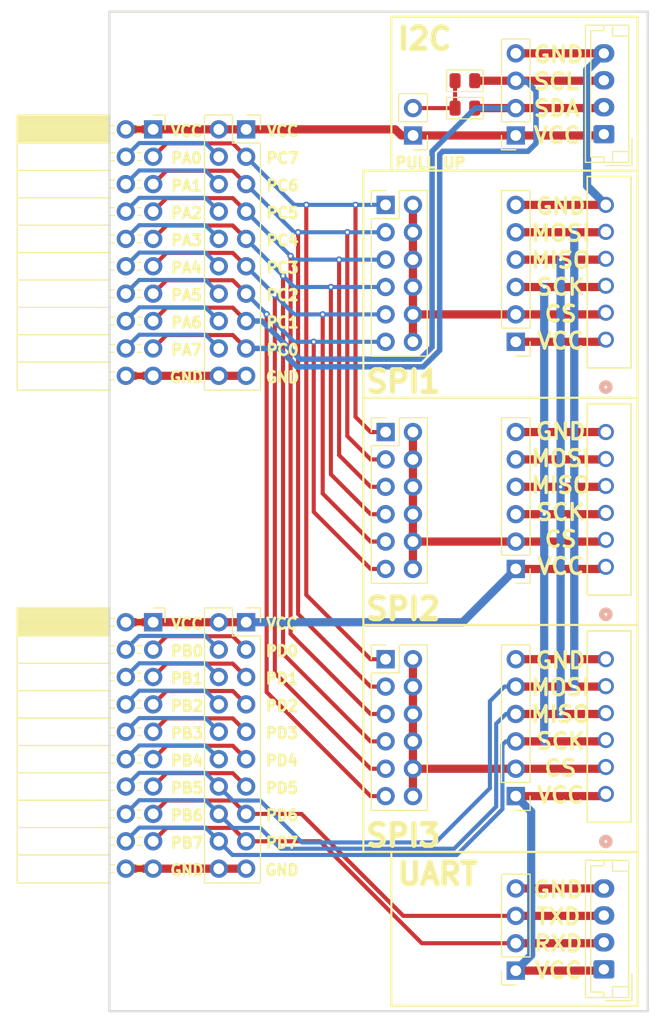
<source format=kicad_pcb>
(kicad_pcb (version 20240108) (generator "pcbnew") (generator_version "8.0")
  (layers (0 "F.Cu" signal) (31 "B.Cu" signal) (34 "B.Paste" user) (35 "F.Paste" user) (36 "B.SilkS" user "B.Silkscreen") (37 "F.SilkS" user "F.Silkscreen") (38 "B.Mask" user) (39 "F.Mask" user) (44 "Edge.Cuts" user))
  (net 0 "")
  (net 1 "PC1")
  (net 2 "PC0")
  (net 3 "GND")
  (net 4 "VCC")
  (net 5 "PA6")
  (net 6 "PA7")
  (net 7 "PA1")
  (net 8 "PA0")
  (net 9 "PA3")
  (net 10 "PC4")
  (net 11 "PC7")
  (net 12 "PA2")
  (net 13 "PC2")
  (net 14 "PC6")
  (net 15 "PA4")
  (net 16 "PA5")
  (net 17 "PC5")
  (net 18 "PC3")
  (net 19 "SPI1_CS")
  (net 20 "SPI2_CS")
  (net 21 "PB4")
  (net 22 "PB2")
  (net 23 "PD3")
  (net 24 "PD7")
  (net 25 "PB7")
  (net 26 "PD0")
  (net 27 "PD6")
  (net 28 "PD4")
  (net 29 "PB6")
  (net 30 "PD2")
  (net 31 "PD5")
  (net 32 "PD1")
  (net 33 "PB1")
  (net 34 "PB0")
  (net 35 "PB3")
  (net 36 "PB5")
  (net 37 "SPI3_CS")
  (net 38 "Net-(J1-Pin_2)")
  (footprint "Connector_JST:JST_EH_B4B-EH-A_1x04_P2.50mm_Vertical" (layer "F.Cu") (at 158.728 58.33 90)
    (property "Reference" "J2" (hide yes))
    (property "Value" "~")
  )
  (footprint "footprints:CONN_B6B-EH-A_JST" (layer "F.Cu") (at 158.913 98.4601 90)
    (property "Reference" "J9" (hide yes))
    (property "Value" "B6B-EH-A")
  )
  (footprint "Connector_PinHeader_2.54mm:PinHeader_1x06_P2.54mm_Vertical" (layer "F.Cu") (at 150.5475 77.5874 180)
    (property "Reference" "J7" (hide yes))
    (property "Value" "Conn_01x06")
  )
  (footprint "Connector_PinSocket_2.54mm:PinSocket_1x04_P2.54mm_Vertical" (layer "F.Cu") (at 150.5475 58.45 180)
    (property "Reference" "J3" (hide yes))
    (property "Value" "Conn_01x04")
  )
  (footprint "Connector_PinSocket_2.54mm:PinSocket_2x10_P2.54mm_Horizontal" (layer "F.Cu") (at 116.864 103.602)
    (property "Reference" "J10" (hide yes))
    (property "Value" "Conn_02x10_Odd_Even")
  )
  (footprint "Connector_JST:JST_EH_B4B-EH-A_1x04_P2.50mm_Vertical" (layer "F.Cu") (at 158.728 135.8 90)
    (property "Reference" "J18" (hide yes))
    (property "Value" "~")
  )
  (footprint "Connector_PinHeader_2.54mm:PinHeader_1x06_P2.54mm_Vertical" (layer "F.Cu") (at 150.5475 119.7328 180)
    (property "Reference" "J15" (hide yes))
    (property "Value" "Conn_01x06")
  )
  (footprint "Connector_PinSocket_2.54mm:PinSocket_2x10_P2.54mm_Vertical" (layer "F.Cu") (at 125.5 103.602)
    (property "Reference" "J11" (hide yes))
    (property "Value" "Conn_02x10_Odd_Even")
  )
  (footprint "Connector_PinHeader_2.54mm:PinHeader_1x06_P2.54mm_Vertical" (layer "F.Cu") (at 150.5475 98.6601 180)
    (property "Reference" "J12" (hide yes))
    (property "Value" "Conn_01x06")
  )
  (footprint "Connector_PinHeader_2.54mm:PinHeader_2x06_P2.54mm_Vertical" (layer "F.Cu") (at 138.454 107.0328)
    (property "Reference" "J16" (hide yes))
    (property "Value" "Conn_02x06_Odd_Even")
  )
  (footprint "Connector_PinSocket_2.54mm:PinSocket_2x10_P2.54mm_Vertical" (layer "F.Cu") (at 125.5 57.882)
    (property "Reference" "J5" (hide yes))
    (property "Value" "Conn_02x10_Odd_Even")
  )
  (footprint "footprints:CONN_B6B-EH-A_JST" (layer "F.Cu") (at 158.913 77.3874 90)
    (property "Reference" "J6" (hide yes))
    (property "Value" "B6B-EH-A")
  )
  (footprint "Connector_PinHeader_2.54mm:PinHeader_2x06_P2.54mm_Vertical" (layer "F.Cu") (at 138.454 85.9601)
    (property "Reference" "J13" (hide yes))
    (property "Value" "Conn_02x06_Odd_Even")
  )
  (footprint "Connector_PinSocket_2.54mm:PinSocket_1x04_P2.54mm_Vertical" (layer "F.Cu") (at 150.5475 135.92 180)
    (property "Reference" "J17" (hide yes))
    (property "Value" "Conn_01x04")
  )
  (footprint "footprints:CONN_B6B-EH-A_JST" (layer "F.Cu") (at 158.913 119.5328 90)
    (property "Reference" "J14" (hide yes))
    (property "Value" "B6B-EH-A")
  )
  (footprint "Connector_PinSocket_2.54mm:PinSocket_2x10_P2.54mm_Horizontal" (layer "F.Cu") (at 116.864 57.882)
    (property "Reference" "J4" (hide yes))
    (property "Value" "Conn_02x10_Odd_Even")
  )
  (footprint "PCM_Resistor_SMD_AKL:R_0805_2012Metric" (layer "F.Cu") (at 145.82 53.37)
    (property "Reference" "R2" (hide yes))
    (property "Value" "10k" (hide yes))
  )
  (footprint "Connector_PinHeader_2.54mm:PinHeader_2x06_P2.54mm_Vertical" (layer "F.Cu") (at 138.454 64.8874)
    (property "Reference" "J8" (hide yes))
    (property "Value" "Conn_02x06_Odd_Even")
  )
  (footprint "Connector_PinHeader_2.54mm:PinHeader_1x02_P2.54mm_Vertical" (layer "F.Cu") (at 141.004 58.45 180)
    (property "Reference" "J1" (hide yes))
    (property "Value" "Conn_01x02")
  )
  (footprint "PCM_Resistor_SMD_AKL:R_0805_2012Metric" (layer "F.Cu") (at 145.82 55.91)
    (property "Reference" "R1" (hide yes))
    (property "Value" "10k" (hide yes))
  )
  (gr_rect (start 138.989 124.907) (end 161.864 139.182) (stroke (width 0.2)) (fill none) (layer "F.SilkS"))
  (gr_rect (start 136.389 82.782) (end 161.864 103.857) (stroke (width 0.2)) (fill none) (layer "F.SilkS"))
  (gr_rect (start 138.989 47.432) (end 161.864 61.707) (stroke (width 0.2)) (fill none) (layer "F.SilkS"))
  (gr_rect (start 136.389 61.707) (end 161.864 82.782) (stroke (width 0.2)) (fill none) (layer "F.SilkS"))
  (gr_rect (start 136.389 103.857) (end 161.864 124.907) (stroke (width 0.2)) (fill none) (layer "F.SilkS"))
  (gr_rect (start 112.8 46.96) (end 162.8 139.69) (stroke (width 0.2)) (fill none) (layer "Edge.Cuts"))
  (gr_text "VCC" (at 127.289 58.60825 0) (layer "F.SilkS") (effects (font (size 1 1) (thickness 0.25) (bold yes)) (justify left bottom)))
  (gr_text "PB4" (at 118.366381 117.032 0) (layer "F.SilkS") (effects (font (size 1 1) (thickness 0.25) (bold yes)) (justify left bottom)))
  (gr_text "GND" (at 118.269953 81.46825 0) (layer "F.SilkS") (effects (font (size 1 1) (thickness 0.25) (bold yes)) (justify left bottom)))
  (gr_text "PA4" (at 118.389 71.30825 0) (layer "F.SilkS") (effects (font (size 1 1) (thickness 0.25) (bold yes)) (justify left bottom)))
  (gr_text "SCK" (at 152.310429 94.282 0) (layer "F.SilkS") (effects (font (size 1.5 1.5) (thickness 0.3) (bold yes)) (justify left bottom)))
  (gr_text "SCK" (at 152.310429 73.3834 0) (layer "F.SilkS") (effects (font (size 1.5 1.5) (thickness 0.3) (bold yes)) (justify left bottom)))
  (gr_text "VCC" (at 152.381857 99.282 0) (layer "F.SilkS") (effects (font (size 1.5 1.5) (thickness 0.3) (bold yes)) (justify left bottom)))
  (gr_text "PC5" (at 127.241381 66.22825 0) (layer "F.SilkS") (effects (font (size 1 1) (thickness 0.25) (bold yes)) (justify left bottom)))
  (gr_text "PC6" (at 127.241381 63.68825 0) (layer "F.SilkS") (effects (font (size 1 1) (thickness 0.25) (bold yes)) (justify left bottom)))
  (gr_text "PD3" (at 127.186619 114.48825 0) (layer "F.SilkS") (effects (font (size 1 1) (thickness 0.25) (bold yes)) (justify left bottom)))
  (gr_text "PD7" (at 127.186619 124.64825 0) (layer "F.SilkS") (effects (font (size 1 1) (thickness 0.25) (bold yes)) (justify left bottom)))
  (gr_text "PD1" (at 127.186619 109.40825 0) (layer "F.SilkS") (effects (font (size 1 1) (thickness 0.25) (bold yes)) (justify left bottom)))
  (gr_text "VCC" (at 152.039 59.326 0) (layer "F.SilkS") (effects (font (size 1.5 1.5) (thickness 0.3) (bold yes)) (justify left bottom)))
  (gr_text "PD0" (at 127.186619 106.86825 0) (layer "F.SilkS") (effects (font (size 1 1) (thickness 0.25) (bold yes)) (justify left bottom)))
  (gr_text "PA7" (at 118.389 78.92825 0) (layer "F.SilkS") (effects (font (size 1 1) (thickness 0.25) (bold yes)) (justify left bottom)))
  (gr_text "MISO" (at 151.788999 113.0288 0) (layer "F.SilkS") (effects (font (size 1.5 1.5) (thickness 0.3) (bold yes)) (justify left bottom)))
  (gr_text "PC1" (at 127.241381 76.38825 0) (layer "F.SilkS") (effects (font (size 1 1) (thickness 0.25) (bold yes)) (justify left bottom)))
  (gr_text "MOSI" (at 151.810428 68.3834 0) (layer "F.SilkS") (effects (font (size 1.5 1.5) (thickness 0.3) (bold yes)) (justify left bottom)))
  (gr_text "VCC" (at 152.381857 78.3834 0) (layer "F.SilkS") (effects (font (size 1.5 1.5) (thickness 0.3) (bold yes)) (justify left bottom)))
  (gr_text "MISO" (at 151.810428 70.8834 0) (layer "F.SilkS") (effects (font (size 1.5 1.5) (thickness 0.3) (bold yes)) (justify left bottom)))
  (gr_text "SPI1" (at 136.389 82.457 0) (layer "F.SilkS") (effects (font (size 2 2) (thickness 0.5) (bold yes)) (justify left bottom)))
  (gr_text "VCC" (at 118.365191 58.60825 0) (layer "F.SilkS") (effects (font (size 1 1) (thickness 0.25) (bold yes)) (justify left bottom)))
  (gr_text "UART" (at 139.289 128.132 0) (layer "F.SilkS") (effects (font (size 2 2) (thickness 0.5) (bold yes)) (justify left bottom)))
  (gr_text "GND" (at 152.039 51.826 0) (layer "F.SilkS") (effects (font (size 1.5 1.5) (thickness 0.3) (bold yes)) (justify left bottom)))
  (gr_text "PB6" (at 118.366381 122.112 0) (layer "F.SilkS") (effects (font (size 1 1) (thickness 0.25) (bold yes)) (justify left bottom)))
  (gr_text "VCC" (at 127.234238 104.32825 0) (layer "F.SilkS") (effects (font (size 1 1) (thickness 0.25) (bold yes)) (justify left bottom)))
  (gr_text "PB1" (at 118.366381 109.412 0) (layer "F.SilkS") (effects (font (size 1 1) (thickness 0.25) (bold yes)) (justify left bottom)))
  (gr_text "MOSI" (at 151.788999 110.5288 0) (layer "F.SilkS") (effects (font (size 1.5 1.5) (thickness 0.3) (bold yes)) (justify left bottom)))
  (gr_text "CS" (at 153.060429 96.782 0) (layer "F.SilkS") (effects (font (size 1.5 1.5) (thickness 0.3) (bold yes)) (justify left bottom)))
  (gr_text "GND" (at 118.318762 127.192 0) (layer "F.SilkS") (effects (font (size 1 1) (thickness 0.25) (bold yes)) (justify left bottom)))
  (gr_text "PB2" (at 118.366381 111.952 0) (layer "F.SilkS") (effects (font (size 1 1) (thickness 0.25) (bold yes)) (justify left bottom)))
  (gr_text "GND" (at 152.239 65.8834 0) (layer "F.SilkS") (effects (font (size 1.5 1.5) (thickness 0.3) (bold yes)) (justify left bottom)))
  (gr_text "PA3" (at 118.389 68.76825 0) (layer "F.SilkS") (effects (font (size 1 1) (thickness 0.25) (bold yes)) (justify left bottom)))
  (gr_text "PC3" (at 127.241381 71.30825 0) (layer "F.SilkS") (effects (font (size 1 1) (thickness 0.25) (bold yes)) (justify left bottom)))
  (gr_text "PA2" (at 118.389 66.22825 0) (layer "F.SilkS") (effects (font (size 1 1) (thickness 0.25) (bold yes)) (justify left bottom)))
  (gr_text "SPI3" (at 136.3765 124.557 0) (layer "F.SilkS") (effects (font (size 2 2) (thickness 0.5) (bold yes)) (justify left bottom)))
  (gr_text "PA1" (at 118.389 63.68825 0) (layer "F.SilkS") (effects (font (size 1 1) (thickness 0.25) (bold yes)) (justify left bottom)))
  (gr_text "CS" (at 153.039 118.0288 0) (layer "F.SilkS") (effects (font (size 1.5 1.5) (thickness 0.3) (bold yes)) (justify left bottom)))
  (gr_text "PB0" (at 118.366381 106.872 0) (layer "F.SilkS") (effects (font (size 1 1) (thickness 0.25) (bold yes)) (justify left bottom)))
  (gr_text "PD6" (at 127.186619 122.10825 0) (layer "F.SilkS") (effects (font (size 1 1) (thickness 0.25) (bold yes)) (justify left bottom)))
  (gr_text "PC2" (at 127.241381 73.84825 0) (layer "F.SilkS") (effects (font (size 1 1) (thickness 0.25) (bold yes)) (justify left bottom)))
  (gr_text "PC0" (at 127.241381 78.92825 0) (layer "F.SilkS") (effects (font (size 1 1) (thickness 0.25) (bold yes)) (justify left bottom)))
  (gr_text "PB7" (at 118.366381 124.652 0) (layer "F.SilkS") (effects (font (size 1 1) (thickness 0.25) (bold yes)) (justify left bottom)))
  (gr_text "SCL\n" (at 152.039 54.326 0) (layer "F.SilkS") (effects (font (size 1.5 1.5) (thickness 0.3) (bold yes)) (justify left bottom)))
  (gr_text "VCC" (at 152.156857 136.796 0) (layer "F.SilkS") (effects (font (size 1.5 1.5) (thickness 0.3) (bold yes)) (justify left bottom)))
  (gr_text "RXD" (at 152.085429 134.296 0) (layer "F.SilkS") (effects (font (size 1.5 1.5) (thickness 0.3) (bold yes)) (justify left bottom)))
  (gr_text "PULL UP" (at 139.214 61.557 0) (layer "F.SilkS") (effects (font (size 1 1) (thickness 0.25) (bold yes)) (justify left bottom)))
  (gr_text "PC7" (at 127.241381 61.14825 0) (layer "F.SilkS") (effects (font (size 1 1) (thickness 0.25) (bold yes)) (justify left bottom)))
  (gr_text "MISO" (at 151.810428 91.782 0) (layer "F.SilkS") (effects (font (size 1.5 1.5) (thickness 0.3) (bold yes)) (justify left bottom)))
  (gr_text "SDA" (at 152.039 56.826 0) (layer "F.SilkS") (effects (font (size 1.5 1.5) (thickness 0.3) (bold yes)) (justify left bottom)))
  (gr_text "GND" (at 127.193762 81.46825 0) (layer "F.SilkS") (effects (font (size 1 1) (thickness 0.25) (bold yes)) (justify left bottom)))
  (gr_text "PD2" (at 127.186619 111.94825 0) (layer "F.SilkS") (effects (font (size 1 1) (thickness 0.25) (bold yes)) (justify left bottom)))
  (gr_text "PB3" (at 118.366381 114.492 0) (layer "F.SilkS") (effects (font (size 1 1) (thickness 0.25) (bold yes)) (justify left bottom)))
  (gr_text "GND" (at 152.014 129.296 0) (layer "F.SilkS") (effects (font (size 1.5 1.5) (thickness 0.3) (bold yes)) (justify left bottom)))
  (gr_text "MOSI" (at 151.810428 89.282 0) (layer "F.SilkS") (effects (font (size 1.5 1.5) (thickness 0.3) (bold yes)) (justify left bottom)))
  (gr_text "PD4" (at 127.186619 117.02825 0) (layer "F.SilkS") (effects (font (size 1 1) (thickness 0.25) (bold yes)) (justify left bottom)))
  (gr_text "PD5" (at 127.186619 119.56825 0) (layer "F.SilkS") (effects (font (size 1 1) (thickness 0.25) (bold yes)) (justify left bottom)))
  (gr_text "GND" (at 152.239 86.782 0) (layer "F.SilkS") (effects (font (size 1.5 1.5) (thickness 0.3) (bold yes)) (justify left bottom)))
  (gr_text "I2C" (at 139.314 50.657 0) (layer "F.SilkS") (effects (font (size 2 2) (thickness 0.5) (bold yes)) (justify left bottom)))
  (gr_text "CS" (at 153.060429 75.8834 0) (layer "F.SilkS") (effects (font (size 1.5 1.5) (thickness 0.3) (bold yes)) (justify left bottom)))
  (gr_text "PA6" (at 118.389 76.38825 0) (layer "F.SilkS") (effects (font (size 1 1) (thickness 0.25) (bold yes)) (justify left bottom)))
  (gr_text "VCC" (at 152.360428 120.5288 0) (layer "F.SilkS") (effects (font (size 1.5 1.5) (thickness 0.3) (bold yes)) (justify left bottom)))
  (gr_text "SPI2" (at 136.3765 103.532 0) (layer "F.SilkS") (effects (font (size 2 2) (thickness 0.5) (bold yes)) (justify left bottom)))
  (gr_text "PA5" (at 118.389 73.84825 0) (layer "F.SilkS") (effects (font (size 1 1) (thickness 0.25) (bold yes)) (justify left bottom)))
  (gr_text "PC4" (at 127.241381 68.76825 0) (layer "F.SilkS") (effects (font (size 1 1) (thickness 0.25) (bold yes)) (justify left bottom)))
  (gr_text "SCK" (at 152.289 115.5288 0) (layer "F.SilkS") (effects (font (size 1.5 1.5) (thickness 0.3) (bold yes)) (justify left bottom)))
  (gr_text "PA0" (at 118.389 61.14825 0) (layer "F.SilkS") (effects (font (size 1 1) (thickness 0.25) (bold yes)) (justify left bottom)))
  (gr_text "GND" (at 152.217571 108.0288 0) (layer "F.SilkS") (effects (font (size 1.5 1.5) (thickness 0.3) (bold yes)) (justify left bottom)))
  (gr_text "GND" (at 127.139 127.18825 0) (layer "F.SilkS") (effects (font (size 1 1) (thickness 0.25) (bold yes)) (justify left bottom)))
  (gr_text "TXD" (at 152.264 131.796 0) (layer "F.SilkS") (effects (font (size 1.5 1.5) (thickness 0.3) (bold yes)) (justify left bottom)))
  (gr_text "VCC" (at 118.414 104.332 0) (layer "F.SilkS") (effects (font (size 1 1) (thickness 0.25) (bold yes)) (justify left bottom)))
  (gr_text "PB5" (at 118.366381 119.572 0) (layer "F.SilkS") (effects (font (size 1 1) (thickness 0.25) (bold yes)) (justify left bottom)))
  (segment (start 124.2595 74.4215) (end 125.5 75.662) (width 0.381) (layer "F.Cu") (net 1))
  (segment (start 118.1045 74.4215) (end 124.2595 74.4215) (width 0.381) (layer "F.Cu") (net 1))
  (segment (start 150.5475 55.91) (end 146.7325 55.91) (width 0.762) (layer "F.Cu") (net 1))
  (segment (start 116.864 75.662) (end 118.1045 74.4215) (width 0.381) (layer "F.Cu") (net 1))
  (segment (start 150.5475 55.91) (end 158.648 55.91) (width 0.762) (layer "F.Cu") (net 1))
  (segment (start 158.648 55.91) (end 158.728 55.83) (width 0.762) (layer "F.Cu") (net 1))
  (segment (start 126.973682 75.662) (end 130.510682 79.199) (width 0.508) (layer "B.Cu") (net 1))
  (segment (start 141.653 79.199) (end 142.772 78.08) (width 0.508) (layer "B.Cu") (net 1))
  (segment (start 130.510682 79.199) (end 141.653 79.199) (width 0.508) (layer "B.Cu") (net 1))
  (segment (start 125.5 75.662) (end 126.973682 75.662) (width 0.508) (layer "B.Cu") (net 1))
  (segment (start 146.776 55.91) (end 150.5475 55.91) (width 0.508) (layer "B.Cu") (net 1))
  (segment (start 142.772 59.914) (end 146.776 55.91) (width 0.508) (layer "B.Cu") (net 1))
  (segment (start 142.772 78.08) (end 142.772 59.914) (width 0.508) (layer "B.Cu") (net 1))
  (segment (start 150.5475 53.37) (end 158.688 53.37) (width 0.762) (layer "F.Cu") (net 2))
  (segment (start 158.688 53.37) (end 158.728 53.33) (width 0.762) (layer "F.Cu") (net 2))
  (segment (start 118.1045 76.9615) (end 124.2595 76.9615) (width 0.381) (layer "F.Cu") (net 2))
  (segment (start 150.5475 53.37) (end 146.7325 53.37) (width 0.762) (layer "F.Cu") (net 2))
  (segment (start 124.2595 76.9615) (end 125.5 78.202) (width 0.381) (layer "F.Cu") (net 2))
  (segment (start 116.864 78.202) (end 118.1045 76.9615) (width 0.381) (layer "F.Cu") (net 2))
  (segment (start 151.468 53.37) (end 150.5475 53.37) (width 0.508) (layer "B.Cu") (net 2))
  (segment (start 152.424 59.1815) (end 152.424 54.326) (width 0.508) (layer "B.Cu") (net 2))
  (segment (start 143.48 78.373264) (end 143.48 60.207264) (width 0.508) (layer "B.Cu") (net 2))
  (segment (start 143.48 60.207264) (end 143.773264 59.914) (width 0.508) (layer "B.Cu") (net 2))
  (segment (start 128.512418 78.202) (end 130.217418 79.907) (width 0.508) (layer "B.Cu") (net 2))
  (segment (start 143.773264 59.914) (end 151.6915 59.914) (width 0.508) (layer "B.Cu") (net 2))
  (segment (start 130.217418 79.907) (end 141.946264 79.907) (width 0.508) (layer "B.Cu") (net 2))
  (segment (start 141.946264 79.907) (end 143.48 78.373264) (width 0.508) (layer "B.Cu") (net 2))
  (segment (start 151.6915 59.914) (end 152.424 59.1815) (width 0.508) (layer "B.Cu") (net 2))
  (segment (start 152.424 54.326) (end 151.468 53.37) (width 0.508) (layer "B.Cu") (net 2))
  (segment (start 125.5 78.202) (end 128.512418 78.202) (width 0.508) (layer "B.Cu") (net 2))
  (segment (start 114.324 80.742) (end 125.5 80.742) (width 0.762) (layer "F.Cu") (net 3))
  (segment (start 150.5475 64.8874) (end 158.913 64.8874) (width 0.762) (layer "F.Cu") (net 3))
  (segment (start 150.5475 50.83) (end 158.728 50.83) (width 0.762) (layer "F.Cu") (net 3))
  (segment (start 150.5475 128.3) (end 158.728 128.3) (width 0.762) (layer "F.Cu") (net 3))
  (segment (start 150.5475 85.9601) (end 158.913 85.9601) (width 0.762) (layer "F.Cu") (net 3))
  (segment (start 114.324 126.462) (end 125.5 126.462) (width 0.762) (layer "F.Cu") (net 3))
  (segment (start 150.5475 107.0328) (end 158.913 107.0328) (width 0.762) (layer "F.Cu") (net 3))
  (segment (start 158.728 50.83) (end 157.172 52.386) (width 0.762) (layer "B.Cu") (net 3))
  (segment (start 157.172 63.1464) (end 158.913 64.8874) (width 0.762) (layer "B.Cu") (net 3))
  (segment (start 157.172 52.386) (end 157.172 63.1464) (width 0.762) (layer "B.Cu") (net 3))
  (segment (start 150.5475 58.45) (end 158.608 58.45) (width 0.762) (layer "F.Cu") (net 4))
  (segment (start 158.608 135.92) (end 158.728 135.8) (width 0.762) (layer "F.Cu") (net 4))
  (segment (start 114.324 57.882) (end 116.864 57.882) (width 0.762) (layer "F.Cu") (net 4))
  (segment (start 116.864 103.602) (end 122.96 103.602) (width 0.762) (layer "F.Cu") (net 4))
  (segment (start 139.918 58.45) (end 139.35 57.882) (width 0.762) (layer "F.Cu") (net 4))
  (segment (start 158.713 98.6601) (end 158.913 98.4601) (width 0.762) (layer "F.Cu") (net 4))
  (segment (start 158.713 77.5874) (end 158.913 77.3874) (width 0.762) (layer "F.Cu") (net 4))
  (segment (start 116.864 57.882) (end 122.96 57.882) (width 0.762) (layer "F.Cu") (net 4))
  (segment (start 150.5475 135.92) (end 158.608 135.92) (width 0.762) (layer "F.Cu") (net 4))
  (segment (start 150.5475 58.45) (end 141.004 58.45) (width 0.762) (layer "F.Cu") (net 4))
  (segment (start 122.96 57.882) (end 125.5 57.882) (width 0.762) (layer "F.Cu") (net 4))
  (segment (start 150.5475 119.7328) (end 158.713 119.7328) (width 0.762) (layer "F.Cu") (net 4))
  (segment (start 141.004 58.45) (end 139.918 58.45) (width 0.762) (layer "F.Cu") (net 4))
  (segment (start 150.5475 77.5874) (end 158.713 77.5874) (width 0.762) (layer "F.Cu") (net 4))
  (segment (start 158.608 58.45) (end 158.728 58.33) (width 0.762) (layer "F.Cu") (net 4))
  (segment (start 158.713 119.7328) (end 158.913 119.5328) (width 0.762) (layer "F.Cu") (net 4))
  (segment (start 150.5475 98.6601) (end 158.713 98.6601) (width 0.762) (layer "F.Cu") (net 4))
  (segment (start 122.96 103.602) (end 125.5 103.602) (width 0.762) (layer "F.Cu") (net 4))
  (segment (start 114.324 103.602) (end 116.864 103.602) (width 0.762) (layer "F.Cu") (net 4))
  (segment (start 139.35 57.882) (end 125.5 57.882) (width 0.762) (layer "F.Cu") (net 4))
  (segment (start 125.5 103.602) (end 145.6056 103.602) (width 0.762) (layer "B.Cu") (net 4))
  (segment (start 151.9785 134.489) (end 150.5475 135.92) (width 0.762) (layer "B.Cu") (net 4))
  (segment (start 150.5475 119.7328) (end 151.9785 121.1638) (width 0.762) (layer "B.Cu") (net 4))
  (segment (start 145.6056 103.602) (end 150.5475 98.6601) (width 0.762) (layer "B.Cu") (net 4))
  (segment (start 151.9785 121.1638) (end 151.9785 134.489) (width 0.762) (layer "B.Cu") (net 4))
  (segment (start 115.5645 74.392) (end 114.324 75.6325) (width 0.381) (layer "B.Cu") (net 5))
  (segment (start 122.96 75.6325) (end 121.7195 74.392) (width 0.381) (layer "B.Cu") (net 5))
  (segment (start 121.7195 74.392) (end 115.5645 74.392) (width 0.381) (layer "B.Cu") (net 5))
  (segment (start 115.5645 76.932) (end 114.324 78.1725) (width 0.381) (layer "B.Cu") (net 6))
  (segment (start 122.96 78.1725) (end 121.7195 76.932) (width 0.381) (layer "B.Cu") (net 6))
  (segment (start 121.7195 76.932) (end 115.5645 76.932) (width 0.381) (layer "B.Cu") (net 6))
  (segment (start 115.5645 61.692) (end 114.324 62.9325) (width 0.381) (layer "B.Cu") (net 7))
  (segment (start 121.7195 61.692) (end 115.5645 61.692) (width 0.381) (layer "B.Cu") (net 7))
  (segment (start 122.96 62.9325) (end 121.7195 61.692) (width 0.381) (layer "B.Cu") (net 7))
  (segment (start 122.96 60.3925) (end 121.7195 59.152) (width 0.381) (layer "B.Cu") (net 8))
  (segment (start 121.7195 59.152) (end 115.5645 59.152) (width 0.381) (layer "B.Cu") (net 8))
  (segment (start 115.5645 59.152) (end 114.324 60.3925) (width 0.381) (layer "B.Cu") (net 8))
  (segment (start 115.5645 66.772) (end 114.324 68.0125) (width 0.381) (layer "B.Cu") (net 9))
  (segment (start 122.96 68.0125) (end 121.7195 66.772) (width 0.381) (layer "B.Cu") (net 9))
  (segment (start 121.7195 66.772) (end 115.5645 66.772) (width 0.381) (layer "B.Cu") (net 9))
  (segment (start 128.929 106.523) (end 137.0588 114.6528) (width 0.381) (layer "F.Cu") (net 10))
  (segment (start 124.2595 66.8015) (end 125.5 68.042) (width 0.381) (layer "F.Cu") (net 10))
  (segment (start 116.864 68.042) (end 118.1045 66.8015) (width 0.381) (layer "F.Cu") (net 10))
  (segment (start 128.929 71.471) (end 128.929 106.523) (width 0.381) (layer "F.Cu") (net 10))
  (segment (start 133.374 89.886) (end 137.0681 93.5801) (width 0.381) (layer "F.Cu") (net 10))
  (segment (start 118.1045 66.8015) (end 124.2595 66.8015) (width 0.381) (layer "F.Cu") (net 10))
  (segment (start 137.0588 114.6528) (end 138.454 114.6528) (width 0.381) (layer "F.Cu") (net 10))
  (segment (start 133.374 72.5074) (end 133.374 89.886) (width 0.381) (layer "F.Cu") (net 10))
  (segment (start 137.0681 93.5801) (end 138.454 93.5801) (width 0.381) (layer "F.Cu") (net 10))
  (via (at 128.929 71.471) (size 0.6) (drill 0.3) (layers "F.Cu" "B.Cu") (net 10))
  (via (at 133.374 72.5074) (size 0.6) (drill 0.3) (layers "F.Cu" "B.Cu") (net 10))
  (segment (start 129.9654 72.5074) (end 128.929 71.471) (width 0.381) (layer "B.Cu") (net 10))
  (segment (start 128.929 71.471) (end 125.5 68.042) (width 0.381) (layer "B.Cu") (net 10))
  (segment (start 138.454 72.5074) (end 133.374 72.5074) (width 0.381) (layer "B.Cu") (net 10))
  (segment (start 133.374 72.5074) (end 129.9654 72.5074) (width 0.381) (layer "B.Cu") (net 10))
  (segment (start 116.864 60.422) (end 118.1045 59.1815) (width 0.381) (layer "F.Cu") (net 11))
  (segment (start 135.66 84.552) (end 137.0681 85.9601) (width 0.381) (layer "F.Cu") (net 11))
  (segment (start 137.0681 85.9601) (end 138.454 85.9601) (width 0.381) (layer "F.Cu") (net 11))
  (segment (start 131.088 101.062) (end 137.0588 107.0328) (width 0.381) (layer "F.Cu") (net 11))
  (segment (start 131.088 64.8874) (end 131.088 101.062) (width 0.381) (layer "F.Cu") (net 11))
  (segment (start 137.0588 107.0328) (end 138.454 107.0328) (width 0.381) (layer "F.Cu") (net 11))
  (segment (start 135.66 64.8874) (end 135.66 84.552) (width 0.381) (layer "F.Cu") (net 11))
  (segment (start 124.2595 59.1815) (end 125.5 60.422) (width 0.381) (layer "F.Cu") (net 11))
  (segment (start 118.1045 59.1815) (end 124.2595 59.1815) (width 0.381) (layer "F.Cu") (net 11))
  (via (at 131.088 64.8874) (size 0.6) (drill 0.3) (layers "F.Cu" "B.Cu") (net 11))
  (via (at 135.66 64.8874) (size 0.6) (drill 0.3) (layers "F.Cu" "B.Cu") (net 11))
  (segment (start 138.454 64.8874) (end 135.66 64.8874) (width 0.381) (layer "B.Cu") (net 11))
  (segment (start 135.66 64.8874) (end 131.088 64.8874) (width 0.381) (layer "B.Cu") (net 11))
  (segment (start 129.9654 64.8874) (end 125.5 60.422) (width 0.381) (layer "B.Cu") (net 11))
  (segment (start 131.088 64.8874) (end 129.9654 64.8874) (width 0.381) (layer "B.Cu") (net 11))
  (segment (start 122.96 65.4725) (end 121.7195 64.232) (width 0.381) (layer "B.Cu") (net 12))
  (segment (start 121.7195 64.232) (end 115.5645 64.232) (width 0.381) (layer "B.Cu") (net 12))
  (segment (start 115.5645 64.232) (end 114.324 65.4725) (width 0.381) (layer "B.Cu") (net 12))
  (segment (start 131.7785 77.5874) (end 131.7785 93.3705) (width 0.381) (layer "F.Cu") (net 13))
  (segment (start 127.405 75.027) (end 127.405 110.079) (width 0.381) (layer "F.Cu") (net 13))
  (segment (start 116.864 73.122) (end 118.1045 71.8815) (width 0.381) (layer "F.Cu") (net 13))
  (segment (start 118.1045 71.8815) (end 124.2595 71.8815) (width 0.381) (layer "F.Cu") (net 13))
  (segment (start 137.0588 119.7328) (end 138.454 119.7328) (width 0.381) (layer "F.Cu") (net 13))
  (segment (start 127.405 110.079) (end 137.0588 119.7328) (width 0.381) (layer "F.Cu") (net 13))
  (segment (start 124.2595 71.8815) (end 125.5 73.122) (width 0.381) (layer "F.Cu") (net 13))
  (segment (start 137.0681 98.6601) (end 138.454 98.6601) (width 0.381) (layer "F.Cu") (net 13))
  (segment (start 131.7785 93.3705) (end 137.0681 98.6601) (width 0.381) (layer "F.Cu") (net 13))
  (via (at 127.405 75.027) (size 0.6) (drill 0.3) (layers "F.Cu" "B.Cu") (net 13))
  (via (at 131.7785 77.5874) (size 0.6) (drill 0.3) (layers "F.Cu" "B.Cu") (net 13))
  (segment (start 127.405 75.027) (end 125.5 73.122) (width 0.381) (layer "B.Cu") (net 13))
  (segment (start 138.454 77.5874) (end 131.7785 77.5874) (width 0.381) (layer "B.Cu") (net 13))
  (segment (start 129.9654 77.5874) (end 127.405 75.027) (width 0.381) (layer "B.Cu") (net 13))
  (segment (start 131.7785 77.5874) (end 129.9654 77.5874) (width 0.381) (layer "B.Cu") (net 13))
  (segment (start 134.898 86.33) (end 137.0681 88.5001) (width 0.381) (layer "F.Cu") (net 14))
  (segment (start 137.0681 88.5001) (end 138.454 88.5001) (width 0.381) (layer "F.Cu") (net 14))
  (segment (start 134.898 67.4274) (end 134.898 86.33) (width 0.381) (layer "F.Cu") (net 14))
  (segment (start 137.0588 109.5728) (end 138.454 109.5728) (width 0.381) (layer "F.Cu") (net 14))
  (segment (start 130.326 67.4274) (end 130.326 102.84) (width 0.381) (layer "F.Cu") (net 14))
  (segment (start 118.1045 61.7215) (end 124.2595 61.7215) (width 0.381) (layer "F.Cu") (net 14))
  (segment (start 130.326 102.84) (end 137.0588 109.5728) (width 0.381) (layer "F.Cu") (net 14))
  (segment (start 116.864 62.962) (end 118.1045 61.7215) (width 0.381) (layer "F.Cu") (net 14))
  (segment (start 124.2595 61.7215) (end 125.5 62.962) (width 0.381) (layer "F.Cu") (net 14))
  (via (at 134.898 67.4274) (size 0.6) (drill 0.3) (layers "F.Cu" "B.Cu") (net 14))
  (via (at 130.326 67.4274) (size 0.6) (drill 0.3) (layers "F.Cu" "B.Cu") (net 14))
  (segment (start 130.326 67.4274) (end 129.9654 67.4274) (width 0.381) (layer "B.Cu") (net 14))
  (segment (start 134.898 67.4274) (end 130.326 67.4274) (width 0.381) (layer "B.Cu") (net 14))
  (segment (start 129.9654 67.4274) (end 125.5 62.962) (width 0.381) (layer "B.Cu") (net 14))
  (segment (start 138.454 67.4274) (end 134.898 67.4274) (width 0.381) (layer "B.Cu") (net 14))
  (segment (start 115.5645 69.312) (end 114.324 70.5525) (width 0.381) (layer "B.Cu") (net 15))
  (segment (start 121.7195 69.312) (end 115.5645 69.312) (width 0.381) (layer "B.Cu") (net 15))
  (segment (start 122.96 70.5525) (end 121.7195 69.312) (width 0.381) (layer "B.Cu") (net 15))
  (segment (start 115.5645 71.852) (end 114.324 73.0925) (width 0.381) (layer "B.Cu") (net 16))
  (segment (start 121.7195 71.852) (end 115.5645 71.852) (width 0.381) (layer "B.Cu") (net 16))
  (segment (start 122.96 73.0925) (end 121.7195 71.852) (width 0.381) (layer "B.Cu") (net 16))
  (segment (start 124.2595 64.2615) (end 125.5 65.502) (width 0.381) (layer "F.Cu") (net 17))
  (segment (start 116.864 65.502) (end 118.1045 64.2615) (width 0.381) (layer "F.Cu") (net 17))
  (segment (start 134.136 88.108) (end 137.0681 91.0401) (width 0.381) (layer "F.Cu") (net 17))
  (segment (start 118.1045 64.2615) (end 124.2595 64.2615) (width 0.381) (layer "F.Cu") (net 17))
  (segment (start 137.0681 91.0401) (end 138.454 91.0401) (width 0.381) (layer "F.Cu") (net 17))
  (segment (start 129.6275 69.6295) (end 129.6275 104.6815) (width 0.381) (layer "F.Cu") (net 17))
  (segment (start 129.6275 104.6815) (end 137.0588 112.1128) (width 0.381) (layer "F.Cu") (net 17))
  (segment (start 134.136 69.9674) (end 134.136 88.108) (width 0.381) (layer "F.Cu") (net 17))
  (segment (start 137.0588 112.1128) (end 138.454 112.1128) (width 0.381) (layer "F.Cu") (net 17))
  (via (at 134.136 69.9674) (size 0.6) (drill 0.3) (layers "F.Cu" "B.Cu") (net 17))
  (via (at 129.6275 69.6295) (size 0.6) (drill 0.3) (layers "F.Cu" "B.Cu") (net 17))
  (segment (start 129.6275 69.6295) (end 125.5 65.502) (width 0.381) (layer "B.Cu") (net 17))
  (segment (start 138.454 69.9674) (end 134.136 69.9674) (width 0.381) (layer "B.Cu") (net 17))
  (segment (start 134.136 69.9674) (end 129.9654 69.9674) (width 0.381) (layer "B.Cu") (net 17))
  (segment (start 129.9654 69.9674) (end 129.6275 69.6295) (width 0.381) (layer "B.Cu") (net 17))
  (segment (start 132.612 91.664) (end 137.0681 96.1201) (width 0.381) (layer "F.Cu") (net 18))
  (segment (start 116.864 70.582) (end 118.1045 69.3415) (width 0.381) (layer "F.Cu") (net 18))
  (segment (start 132.612 75.0474) (end 132.612 91.664) (width 0.381) (layer "F.Cu") (net 18))
  (segment (start 137.0681 96.1201) (end 138.454 96.1201) (width 0.381) (layer "F.Cu") (net 18))
  (segment (start 128.167 108.301) (end 137.0588 117.1928) (width 0.381) (layer "F.Cu") (net 18))
  (segment (start 124.2595 69.3415) (end 125.5 70.582) (width 0.381) (layer "F.Cu") (net 18))
  (segment (start 137.0588 117.1928) (end 138.454 117.1928) (width 0.381) (layer "F.Cu") (net 18))
  (segment (start 128.167 73.249) (end 128.167 108.301) (width 0.381) (layer "F.Cu") (net 18))
  (segment (start 118.1045 69.3415) (end 124.2595 69.3415) (width 0.381) (layer "F.Cu") (net 18))
  (via (at 132.612 75.0474) (size 0.6) (drill 0.3) (layers "F.Cu" "B.Cu") (net 18))
  (via (at 128.167 73.249) (size 0.6) (drill 0.3) (layers "F.Cu" "B.Cu") (net 18))
  (segment (start 138.454 75.0474) (end 132.612 75.0474) (width 0.381) (layer "B.Cu") (net 18))
  (segment (start 128.167 73.249) (end 125.5 70.582) (width 0.381) (layer "B.Cu") (net 18))
  (segment (start 132.612 75.0474) (end 129.9654 75.0474) (width 0.381) (layer "B.Cu") (net 18))
  (segment (start 129.9654 75.0474) (end 128.167 73.249) (width 0.381) (layer "B.Cu") (net 18))
  (segment (start 150.5475 75.0474) (end 158.753 75.0474) (width 0.762) (layer "F.Cu") (net 19))
  (segment (start 158.753 75.0474) (end 158.913 74.8874) (width 0.762) (layer "F.Cu") (net 19))
  (segment (start 140.994 75.0474) (end 150.5475 75.0474) (width 0.762) (layer "F.Cu") (net 19))
  (segment (start 140.994 64.8874) (end 140.994 77.5874) (width 0.762) (layer "F.Cu") (net 19))
  (segment (start 140.994 96.1201) (end 150.5475 96.1201) (width 0.762) (layer "F.Cu") (net 20))
  (segment (start 150.5475 96.1201) (end 158.753 96.1201) (width 0.762) (layer "F.Cu") (net 20))
  (segment (start 140.994 85.9601) (end 140.994 98.6601) (width 0.762) (layer "F.Cu") (net 20))
  (segment (start 158.753 96.1201) (end 158.913 95.9601) (width 0.762) (layer "F.Cu") (net 20))
  (segment (start 115.5645 115.032) (end 114.324 116.2725) (width 0.381) (layer "B.Cu") (net 21))
  (segment (start 122.96 116.2725) (end 121.7195 115.032) (width 0.381) (layer "B.Cu") (net 21))
  (segment (start 121.7195 115.032) (end 115.5645 115.032) (width 0.381) (layer "B.Cu") (net 21))
  (segment (start 115.5645 109.952) (end 114.324 111.1925) (width 0.381) (layer "B.Cu") (net 22))
  (segment (start 122.96 111.1925) (end 121.7195 109.952) (width 0.381) (layer "B.Cu") (net 22))
  (segment (start 121.7195 109.952) (end 115.5645 109.952) (width 0.381) (layer "B.Cu") (net 22))
  (segment (start 118.1045 115.0615) (end 124.2595 115.0615) (width 0.381) (layer "F.Cu") (net 23))
  (segment (start 116.864 116.302) (end 118.1045 115.0615) (width 0.381) (layer "F.Cu") (net 23))
  (segment (start 124.2595 115.0615) (end 125.5 116.302) (width 0.381) (layer "F.Cu") (net 23))
  (segment (start 118.1045 104.9015) (end 124.2595 104.9015) (width 0.381) (layer "F.Cu") (net 24))
  (segment (start 116.864 106.142) (end 118.1045 104.9015) (width 0.381) (layer "F.Cu") (net 24))
  (segment (start 124.2595 104.9015) (end 125.5 106.142) (width 0.381) (layer "F.Cu") (net 24))
  (segment (start 153.186 72.5074) (end 158.793 72.5074) (width 0.762) (layer "F.Cu") (net 25))
  (segment (start 153.186 114.6528) (end 158.793 114.6528) (width 0.762) (layer "F.Cu") (net 25))
  (segment (start 153.186 72.5074) (end 153.44 72.5074) (width 0.762) (layer "F.Cu") (net 25))
  (segment (start 150.5475 114.6528) (end 153.186 114.6528) (width 0.762) (layer "F.Cu") (net 25))
  (segment (start 158.793 72.5074) (end 158.913 72.3874) (width 0.762) (layer "F.Cu") (net 25))
  (segment (start 158.793 93.5801) (end 158.913 93.4601) (width 0.762) (layer "F.Cu") (net 25))
  (segment (start 153.186 93.5801) (end 158.793 93.5801) (width 0.762) (layer "F.Cu") (net 25))
  (segment (start 150.5475 72.5074) (end 153.186 72.5074) (width 0.762) (layer "F.Cu") (net 25))
  (segment (start 150.5475 93.5801) (end 153.186 93.5801) (width 0.762) (layer "F.Cu") (net 25))
  (segment (start 158.793 114.6528) (end 158.913 114.5328) (width 0.762) (layer "F.Cu") (net 25))
  (via (at 153.186 72.5074) (size 0.6) (drill 0.3) (layers "F.Cu" "B.Cu") (net 25))
  (via (at 153.186 93.5801) (size 0.6) (drill 0.3) (layers "F.Cu" "B.Cu") (net 25))
  (via (at 153.186 114.6528) (size 0.6) (drill 0.3) (layers "F.Cu" "B.Cu") (net 25))
  (segment (start 149.307 114.974) (end 149.6282 114.6528) (width 0.381) (layer "B.Cu") (net 25))
  (segment (start 145.058 125.192) (end 149.307 120.943) (width 0.381) (layer "B.Cu") (net 25))
  (segment (start 121.7195 122.652) (end 115.5645 122.652) (width 0.381) (layer "B.Cu") (net 25))
  (segment (start 153.186 93.5801) (end 153.186 72.5074) (width 0.762) (layer "B.Cu") (net 25))
  (segment (start 149.6282 114.6528) (end 150.5475 114.6528) (width 0.381) (layer "B.Cu") (net 25))
  (segment (start 153.186 114.6528) (end 153.186 93.5801) (width 0.762) (layer "B.Cu") (net 25))
  (segment (start 124.23 125.192) (end 145.058 125.192) (width 0.381) (layer "B.Cu") (net 25))
  (segment (start 122.96 123.8925) (end 121.7195 122.652) (width 0.381) (layer "B.Cu") (net 25))
  (segment (start 149.307 120.943) (end 149.307 114.974) (width 0.381) (layer "B.Cu") (net 25))
  (segment (start 122.96 123.922) (end 124.23 125.192) (width 0.381) (layer "B.Cu") (net 25))
  (segment (start 115.5645 122.652) (end 114.324 123.8925) (width 0.381) (layer "B.Cu") (net 25))
  (segment (start 141.816 133.38) (end 150.5475 133.38) (width 0.381) (layer "F.Cu") (net 26))
  (segment (start 124.2595 122.6815) (end 125.5 123.922) (width 0.381) (layer "F.Cu") (net 26))
  (segment (start 150.5475 133.38) (end 158.648 133.38) (width 0.762) (layer "F.Cu") (net 26))
  (segment (start 118.1045 122.6815) (end 124.2595 122.6815) (width 0.381) (layer "F.Cu") (net 26))
  (segment (start 125.5 123.922) (end 132.358 123.922) (width 0.381) (layer "F.Cu") (net 26))
  (segment (start 132.358 123.922) (end 141.816 133.38) (width 0.381) (layer "F.Cu") (net 26))
  (segment (start 116.864 123.922) (end 118.1045 122.6815) (width 0.381) (layer "F.Cu") (net 26))
  (segment (start 158.648 133.38) (end 158.728 133.3) (width 0.762) (layer "F.Cu") (net 26))
  (segment (start 118.1045 107.4415) (end 124.2595 107.4415) (width 0.381) (layer "F.Cu") (net 27))
  (segment (start 124.2595 107.4415) (end 125.5 108.682) (width 0.381) (layer "F.Cu") (net 27))
  (segment (start 116.864 108.682) (end 118.1045 107.4415) (width 0.381) (layer "F.Cu") (net 27))
  (segment (start 124.2595 112.5215) (end 125.5 113.762) (width 0.381) (layer "F.Cu") (net 28))
  (segment (start 118.1045 112.5215) (end 124.2595 112.5215) (width 0.381) (layer "F.Cu") (net 28))
  (segment (start 116.864 113.762) (end 118.1045 112.5215) (width 0.381) (layer "F.Cu") (net 28))
  (segment (start 158.833 91.0401) (end 158.913 90.9601) (width 0.762) (layer "F.Cu") (net 29))
  (segment (start 150.5475 69.9674) (end 154.71 69.9674) (width 0.762) (layer "F.Cu") (net 29))
  (segment (start 150.5475 112.1128) (end 158.833 112.1128) (width 0.762) (layer "F.Cu") (net 29))
  (segment (start 150.5475 91.0401) (end 154.71 91.0401) (width 0.762) (layer "F.Cu") (net 29))
  (segment (start 154.71 91.0401) (end 158.833 91.0401) (width 0.762) (layer "F.Cu") (net 29))
  (segment (start 158.833 112.1128) (end 158.913 112.0328) (width 0.762) (layer "F.Cu") (net 29))
  (segment (start 154.71 69.9674) (end 158.833 69.9674) (width 0.762) (layer "F.Cu") (net 29))
  (segment (start 158.833 69.9674) (end 158.913 69.8874) (width 0.762) (layer "F.Cu") (net 29))
  (via (at 154.71 91.0401) (size 0.6) (drill 0.3) (layers "F.Cu" "B.Cu") (net 29))
  (via (at 154.71 112.1128) (size 0.6) (drill 0.3) (layers "F.Cu" "B.Cu") (net 29))
  (via (at 154.71 69.9674) (size 0.6) (drill 0.3) (layers "F.Cu" "B.Cu") (net 29))
  (segment (start 149.6282 112.1128) (end 150.5475 112.1128) (width 0.381) (layer "B.Cu") (net 29))
  (segment (start 124.2595 122.6815) (end 126.7995 122.6815) (width 0.381) (layer "B.Cu") (net 29))
  (segment (start 122.96 121.382) (end 124.2595 122.6815) (width 0.381) (layer "B.Cu") (net 29))
  (segment (start 148.726 113.015) (end 149.6282 112.1128) (width 0.381) (layer "B.Cu") (net 29))
  (segment (start 121.7195 120.112) (end 115.5645 120.112) (width 0.381) (layer "B.Cu") (net 29))
  (segment (start 154.71 112.1128) (end 154.71 91.0401) (width 0.762) (layer "B.Cu") (net 29))
  (segment (start 128.729 124.611) (end 144.817342 124.611) (width 0.381) (layer "B.Cu") (net 29))
  (segment (start 122.96 121.3525) (end 121.7195 120.112) (width 0.381) (layer "B.Cu") (net 29))
  (segment (start 115.5645 120.112) (end 114.324 121.3525) (width 0.381) (layer "B.Cu") (net 29))
  (segment (start 144.817342 124.611) (end 148.726 120.702342) (width 0.381) (layer "B.Cu") (net 29))
  (segment (start 148.726 120.702342) (end 148.726 113.015) (width 0.381) (layer "B.Cu") (net 29))
  (segment (start 154.71 91.0401) (end 154.71 69.9674) (width 0.762) (layer "B.Cu") (net 29))
  (segment (start 126.7995 122.6815) (end 128.729 124.611) (width 0.381) (layer "B.Cu") (net 29))
  (segment (start 118.1045 117.6015) (end 124.2595 117.6015) (width 0.381) (layer "F.Cu") (net 30))
  (segment (start 124.2595 117.6015) (end 125.5 118.842) (width 0.381) (layer "F.Cu") (net 30))
  (segment (start 116.864 118.842) (end 118.1045 117.6015) (width 0.381) (layer "F.Cu") (net 30))
  (segment (start 118.1045 109.9815) (end 124.2595 109.9815) (width 0.381) (layer "F.Cu") (net 31))
  (segment (start 124.2595 109.9815) (end 125.5 111.222) (width 0.381) (layer "F.Cu") (net 31))
  (segment (start 116.864 111.222) (end 118.1045 109.9815) (width 0.381) (layer "F.Cu") (net 31))
  (segment (start 118.1045 120.1415) (end 124.2595 120.1415) (width 0.381) (layer "F.Cu") (net 32))
  (segment (start 140.097658 130.84) (end 150.5475 130.84) (width 0.381) (layer "F.Cu") (net 32))
  (segment (start 116.864 121.382) (end 118.1045 120.1415) (width 0.381) (layer "F.Cu") (net 32))
  (segment (start 158.688 130.84) (end 158.728 130.8) (width 0.762) (layer "F.Cu") (net 32))
  (segment (start 130.639658 121.382) (end 140.097658 130.84) (width 0.381) (layer "F.Cu") (net 32))
  (segment (start 150.5475 130.84) (end 158.688 130.84) (width 0.762) (layer "F.Cu") (net 32))
  (segment (start 125.5 121.382) (end 130.639658 121.382) (width 0.381) (layer "F.Cu") (net 32))
  (segment (start 124.2595 120.1415) (end 125.5 121.382) (width 0.381) (layer "F.Cu") (net 32))
  (segment (start 122.96 108.6525) (end 121.7195 107.412) (width 0.381) (layer "B.Cu") (net 33))
  (segment (start 121.7195 107.412) (end 115.5645 107.412) (width 0.381) (layer "B.Cu") (net 33))
  (segment (start 115.5645 107.412) (end 114.324 108.6525) (width 0.381) (layer "B.Cu") (net 33))
  (segment (start 121.7195 104.872) (end 115.5645 104.872) (width 0.381) (layer "B.Cu") (net 34))
  (segment (start 115.5645 104.872) (end 114.324 106.1125) (width 0.381) (layer "B.Cu") (net 34))
  (segment (start 122.96 106.1125) (end 121.7195 104.872) (width 0.381) (layer "B.Cu") (net 34))
  (segment (start 122.96 113.7325) (end 121.7195 112.492) (width 0.381) (layer "B.Cu") (net 35))
  (segment (start 121.7195 112.492) (end 115.5645 112.492) (width 0.381) (layer "B.Cu") (net 35))
  (segment (start 115.5645 112.492) (end 114.324 113.7325) (width 0.381) (layer "B.Cu") (net 35))
  (segment (start 155.98 88.5001) (end 158.873 88.5001) (width 0.762) (layer "F.Cu") (net 36))
  (segment (start 150.5475 109.5728) (end 155.98 109.5728) (width 0.762) (layer "F.Cu") (net 36))
  (segment (start 158.873 67.4274) (end 158.913 67.3874) (width 0.762) (layer "F.Cu") (net 36))
  (segment (start 155.98 67.4274) (end 158.873 67.4274) (width 0.762) (layer "F.Cu") (net 36))
  (segment (start 155.98 109.5728) (end 158.873 109.5728) (width 0.762) (layer "F.Cu") (net 36))
  (segment (start 150.5475 67.4274) (end 155.98 67.4274) (width 0.762) (layer "F.Cu") (net 36))
  (segment (start 158.873 109.5728) (end 158.913 109.5328) (width 0.762) (layer "F.Cu") (net 36))
  (segment (start 150.5475 88.5001) (end 155.98 88.5001) (width 0.762) (layer "F.Cu") (net 36))
  (segment (start 158.873 88.5001) (end 158.913 88.4601) (width 0.762) (layer "F.Cu") (net 36))
  (via (at 155.98 67.4274) (size 0.6) (drill 0.3) (layers "F.Cu" "B.Cu") (net 36))
  (via (at 155.98 88.5001) (size 0.6) (drill 0.3) (layers "F.Cu" "B.Cu") (net 36))
  (via (at 155.98 109.5728) (size 0.6) (drill 0.3) (layers "F.Cu" "B.Cu") (net 36))
  (segment (start 115.5645 117.572) (end 114.324 118.8125) (width 0.381) (layer "B.Cu") (net 36))
  (segment (start 155.98 88.5001) (end 155.98 109.5728) (width 0.762) (layer "B.Cu") (net 36))
  (segment (start 122.96 118.842) (end 124.2595 120.1415) (width 0.381) (layer "B.Cu") (net 36))
  (segment (start 121.7195 117.572) (end 115.5645 117.572) (width 0.381) (layer "B.Cu") (net 36))
  (segment (start 148.145 110.929) (end 149.5012 109.5728) (width 0.381) (layer "B.Cu") (net 36))
  (segment (start 148.145 118.997342) (end 148.145 110.929) (width 0.381) (layer "B.Cu") (net 36))
  (segment (start 149.5012 109.5728) (end 150.5475 109.5728) (width 0.381) (layer "B.Cu") (net 36))
  (segment (start 126.7995 120.1415) (end 130.688 124.03) (width 0.381) (layer "B.Cu") (net 36))
  (segment (start 124.2595 120.1415) (end 126.7995 120.1415) (width 0.381) (layer "B.Cu") (net 36))
  (segment (start 130.688 124.03) (end 143.112342 124.03) (width 0.381) (layer "B.Cu") (net 36))
  (segment (start 143.112342 124.03) (end 148.145 118.997342) (width 0.381) (layer "B.Cu") (net 36))
  (segment (start 155.98 67.4274) (end 155.98 88.5001) (width 0.762) (layer "B.Cu") (net 36))
  (segment (start 122.96 118.8125) (end 121.7195 117.572) (width 0.381) (layer "B.Cu") (net 36))
  (segment (start 158.753 117.1928) (end 158.913 117.0328) (width 0.762) (layer "F.Cu") (net 37))
  (segment (start 150.5475 117.1928) (end 158.753 117.1928) (width 0.762) (layer "F.Cu") (net 37))
  (segment (start 140.994 107.0328) (end 140.994 119.7328) (width 0.762) (layer "F.Cu") (net 37))
  (segment (start 140.994 117.1928) (end 150.5475 117.1928) (width 0.762) (layer "F.Cu") (net 37))
  (segment (start 141.004 55.91) (end 144.9075 55.91) (width 0.381) (layer "F.Cu") (net 38))
  (segment (start 144.9075 53.37) (end 144.9075 55.91) (width 0.381) (layer "F.Cu") (net 38))
)
</source>
